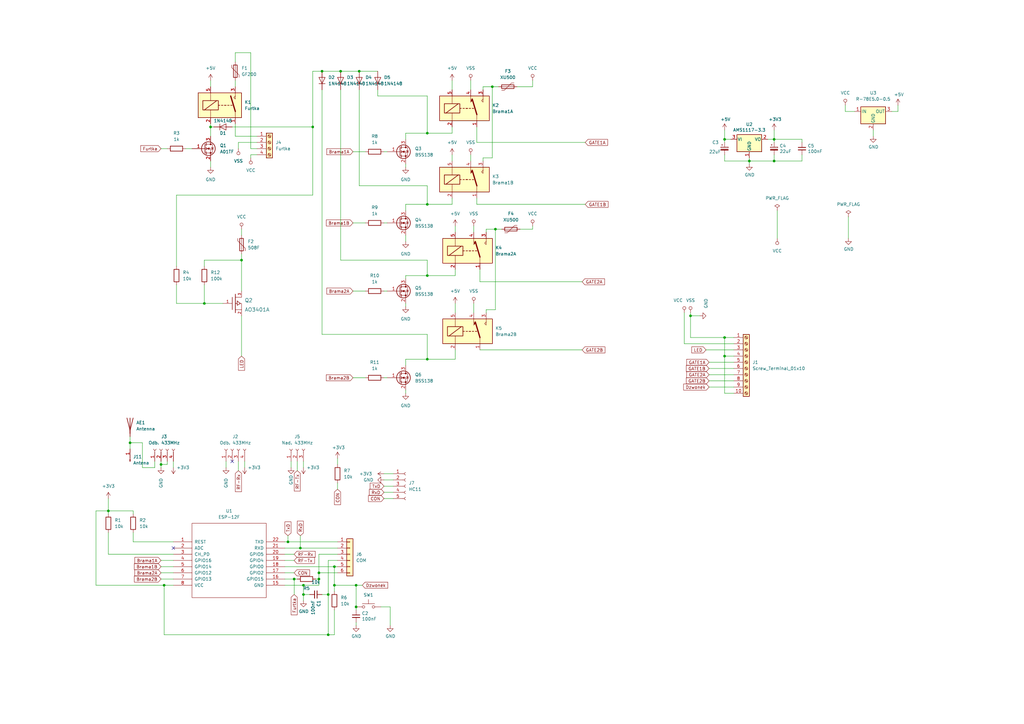
<source format=kicad_sch>
(kicad_sch (version 20211123) (generator eeschema)
  (paper "A3")
  (lib_symbols
    (symbol "Connector:Conn_01x01_Male" (pin_names (offset 1.016) hide)
      (property "Reference" "J" (at 0 2.54 0))
      (property "Value" "Conn_01x01_Male" (at 0 -2.54 0))
      (symbol "Conn_01x01_Male_1_1"
        (pin passive line (at 5.08 0 180) (length 3.81) (name "Pin_1") (number "1"))
      )
    )
    (symbol "Connector:Screw_Terminal_01x04" (pin_names (offset 1.016) hide)
      (property "Reference" "J" (at 0 5.08 0))
      (property "Value" "Screw_Terminal_01x04" (at 0 -7.62 0))
      (symbol "Screw_Terminal_01x04_1_1"
        (pin passive line (at -5.08 2.54 0) (length 3.81) (name "Pin_1") (number "1"))
        (pin passive line (at -5.08 0 0) (length 3.81) (name "Pin_2") (number "2"))
        (pin passive line (at -5.08 -2.54 0) (length 3.81) (name "Pin_3") (number "3"))
        (pin passive line (at -5.08 -5.08 0) (length 3.81) (name "Pin_4") (number "4"))
      )
    )
    (symbol "Device:Antenna" (pin_numbers hide) (pin_names (offset 1.016) hide)
      (property "Reference" "AE" (at -1.905 1.905 0))
      (property "Value" "Antenna" (at -1.905 0 0))
      (symbol "Antenna_1_1"
        (pin input line (at 0 -5.08 90) (length 2.54) (name "A") (number "1"))
      )
    )
    (symbol "Device:CP_Small" (pin_numbers hide) (pin_names (offset 0.254) hide)
      (property "Reference" "C" (at 0.254 1.778 0))
      (property "Value" "CP_Small" (at 0.254 -2.032 0))
      (symbol "CP_Small_1_1"
        (pin passive line (at 0 2.54 270) (length 1.8542) (name "~") (number "1"))
        (pin passive line (at 0 -2.54 90) (length 1.8542) (name "~") (number "2"))
      )
    )
    (symbol "Device:C_Small" (pin_numbers hide) (pin_names (offset 0.254) hide)
      (property "Reference" "C" (at 0.254 1.778 0))
      (property "Value" "C_Small" (at 0.254 -2.032 0))
      (symbol "C_Small_1_1"
        (pin passive line (at 0 2.54 270) (length 2.032) (name "~") (number "1"))
        (pin passive line (at 0 -2.54 90) (length 2.032) (name "~") (number "2"))
      )
    )
    (symbol "Device:D" (pin_numbers hide) (pin_names (offset 1.016) hide)
      (property "Reference" "D" (at 0 2.54 0))
      (property "Value" "D" (at 0 -2.54 0))
      (symbol "D_1_1"
        (pin passive line (at -3.81 0 0) (length 2.54) (name "K") (number "1"))
        (pin passive line (at 3.81 0 180) (length 2.54) (name "A") (number "2"))
      )
    )
    (symbol "Device:Polyfuse" (pin_numbers hide) (pin_names (offset 0))
      (property "Reference" "F" (at -2.54 0 90))
      (property "Value" "Polyfuse" (at 2.54 0 90))
      (symbol "Polyfuse_1_1"
        (pin passive line (at 0 3.81 270) (length 1.27) (name "~") (number "1"))
        (pin passive line (at 0 -3.81 90) (length 1.27) (name "~") (number "2"))
      )
    )
    (symbol "Device:R" (pin_numbers hide) (pin_names (offset 0))
      (property "Reference" "R" (at 2.032 0 90))
      (property "Value" "R" (at 0 0 90))
      (symbol "R_1_1"
        (pin passive line (at 0 3.81 270) (length 1.27) (name "~") (number "1"))
        (pin passive line (at 0 -3.81 90) (length 1.27) (name "~") (number "2"))
      )
    )
    (symbol "ESP8266:ESP-12E" (pin_names (offset 1.016))
      (property "Reference" "U1" (at 0 20.32 0))
      (property "Value" "ESP-12E" (at 0 17.78 0))
      (symbol "ESP-12E_1_1"
        (pin input line (at -22.86 7.62 0) (length 7.62) (name "REST") (number "1"))
        (pin power_in line (at 22.86 -10.16 180) (length 7.62) (name "GND") (number "15"))
        (pin bidirectional line (at 22.86 -7.62 180) (length 7.62) (name "GPIO15") (number "16"))
        (pin bidirectional line (at 22.86 -5.08 180) (length 7.62) (name "GPIO2") (number "17"))
        (pin bidirectional line (at 22.86 -2.54 180) (length 7.62) (name "GPIO0") (number "18"))
        (pin bidirectional line (at 22.86 0 180) (length 7.62) (name "GPIO4") (number "19"))
        (pin passive line (at -22.86 5.08 0) (length 7.62) (name "ADC") (number "2"))
        (pin bidirectional line (at 22.86 2.54 180) (length 7.62) (name "GPIO5") (number "20"))
        (pin input line (at 22.86 5.08 180) (length 7.62) (name "RXD") (number "21"))
        (pin output line (at 22.86 7.62 180) (length 7.62) (name "TXD") (number "22"))
        (pin input line (at -22.86 2.54 0) (length 7.62) (name "CH_PD") (number "3"))
        (pin bidirectional line (at -22.86 0 0) (length 7.62) (name "GPIO16") (number "4"))
        (pin bidirectional line (at -22.86 -2.54 0) (length 7.62) (name "GPIO14") (number "5"))
        (pin bidirectional line (at -22.86 -5.08 0) (length 7.62) (name "GPIO12") (number "6"))
        (pin bidirectional line (at -22.86 -7.62 0) (length 7.62) (name "GPIO13") (number "7"))
        (pin power_in line (at -22.86 -10.16 0) (length 7.62) (name "VCC") (number "8"))
      )
    )
    (symbol "R-78E5.0-0.5_1" (pin_names (offset 0.254))
      (property "Reference" "U" (at -3.81 3.175 0))
      (property "Value" "R-78E5.0-0.5_1" (at 0 3.175 0))
      (symbol "R-78E5.0-0.5_1_1_1"
        (pin power_in line (at -7.62 0 0) (length 2.54) (name "IN") (number "1"))
        (pin power_in line (at 0 -7.62 90) (length 2.54) (name "GND") (number "2"))
        (pin power_out line (at 7.62 0 180) (length 2.54) (name "OUT") (number "3"))
      )
    )
    (symbol "Regulator_Linear:AMS1117-3.3" (pin_names (offset 0.254))
      (property "Reference" "U" (at -3.81 3.175 0))
      (property "Value" "Regulator_Linear_AMS1117-3.3" (at 0 3.175 0))
      (symbol "AMS1117-3.3_1_1"
        (pin power_in line (at 0 -7.62 90) (length 2.54) (name "GND") (number "1"))
        (pin power_out line (at 7.62 0 180) (length 2.54) (name "VO") (number "2"))
        (pin power_in line (at -7.62 0 0) (length 2.54) (name "VI") (number "3"))
      )
    )
    (symbol "Relay:SANYOU_SRD_Form_A" (pin_names (offset 1.016))
      (property "Reference" "K1" (at 8.89 1.2701 0))
      (property "Value" "Furtka" (at 8.89 -1.2699 0))
      (symbol "SANYOU_SRD_Form_A_1_1"
        (pin passive line (at 5.08 -7.62 90) (length 2.54) (name "~") (number "1"))
        (pin passive line (at -5.08 -7.62 90) (length 2.54) (name "~") (number "2"))
        (pin passive line (at 5.08 7.62 270) (length 2.54) (name "~") (number "3"))
        (pin passive line (at -5.08 7.62 270) (length 2.54) (name "~") (number "5"))
      )
    )
    (symbol "Relay:SANYOU_SRD_Form_C" (pin_names (offset 1.016))
      (property "Reference" "K2" (at 11.43 1.2701 0))
      (property "Value" "Brama1A" (at 11.43 -1.2699 0))
      (symbol "SANYOU_SRD_Form_C_1_1"
        (pin passive line (at 5.08 -7.62 90) (length 2.54) (name "~") (number "1"))
        (pin passive line (at -5.08 -7.62 90) (length 2.54) (name "~") (number "2"))
        (pin passive line (at 7.62 7.62 270) (length 2.54) (name "~") (number "3"))
        (pin passive line (at 2.54 7.62 270) (length 2.54) (name "~") (number "4"))
        (pin passive line (at -5.08 7.62 270) (length 2.54) (name "~") (number "5"))
      )
    )
    (symbol "SANYOU_SRD_Form_C_1" (pin_names (offset 1.016))
      (property "Reference" "K5" (at 11.43 1.2701 0))
      (property "Value" "SANYOU_SRD_Form_C_1" (at 11.43 -1.2699 0))
      (symbol "SANYOU_SRD_Form_C_1_1_1"
        (pin passive line (at 5.08 -7.62 90) (length 2.54) (name "~") (number "1"))
        (pin passive line (at -5.08 -7.62 90) (length 2.54) (name "~") (number "2"))
        (pin passive line (at 7.62 7.62 270) (length 2.54) (name "~") (number "3"))
        (pin passive line (at 2.54 7.62 270) (length 2.54) (name "~") (number "4"))
        (pin passive line (at -5.08 7.62 270) (length 2.54) (name "~") (number "5"))
      )
    )
    (symbol "SANYOU_SRD_Form_C_2" (pin_names (offset 1.016))
      (property "Reference" "K4" (at 11.43 1.2701 0))
      (property "Value" "SANYOU_SRD_Form_C_2" (at 11.43 -1.2699 0))
      (symbol "SANYOU_SRD_Form_C_2_1_1"
        (pin passive line (at 5.08 -7.62 90) (length 2.54) (name "~") (number "1"))
        (pin passive line (at -5.08 -7.62 90) (length 2.54) (name "~") (number "2"))
        (pin passive line (at 7.62 7.62 270) (length 2.54) (name "~") (number "3"))
        (pin passive line (at 2.54 7.62 270) (length 2.54) (name "~") (number "4"))
        (pin passive line (at -5.08 7.62 270) (length 2.54) (name "~") (number "5"))
      )
    )
    (symbol "SANYOU_SRD_Form_C_3" (pin_names (offset 1.016))
      (property "Reference" "K3" (at 11.43 1.2701 0))
      (property "Value" "SANYOU_SRD_Form_C_3" (at 11.43 -1.2699 0))
      (symbol "SANYOU_SRD_Form_C_3_1_1"
        (pin passive line (at 5.08 -7.62 90) (length 2.54) (name "~") (number "1"))
        (pin passive line (at -5.08 -7.62 90) (length 2.54) (name "~") (number "2"))
        (pin passive line (at 7.62 7.62 270) (length 2.54) (name "~") (number "3"))
        (pin passive line (at 2.54 7.62 270) (length 2.54) (name "~") (number "4"))
        (pin passive line (at -5.08 7.62 270) (length 2.54) (name "~") (number "5"))
      )
    )
    (symbol "Switch5V-rescue:GND-power" (power) (pin_names (offset 0))
      (property "Value" "GND-power" (at 0 -3.81 0))
      (symbol "GND-power_1_1"
        (pin power_in line (at 0 0 270) (length 0) hide (name "GND") (number "1"))
      )
    )
    (symbol "Switch5V-rescue:SW_Push-switches" (pin_numbers hide) (pin_names (offset 1.016) hide)
      (property "Reference" "SW" (at 1.27 2.54 0))
      (property "Value" "SW_Push-switches" (at 0 -1.524 0))
      (symbol "SW_Push-switches_0_1"
        (pin passive line (at -5.08 0 0) (length 2.54) (name "1") (number "1"))
        (pin passive line (at 5.08 0 180) (length 2.54) (name "2") (number "2"))
      )
    )
    (symbol "Transistor_FET:BSS138" (pin_names (offset 0) hide)
      (property "Reference" "Q" (at 5.08 1.905 0))
      (property "Value" "BSS138" (at 5.08 0 0))
      (symbol "BSS138_1_1"
        (pin input line (at -5.08 0 0) (length 5.334) (name "G") (number "1"))
        (pin passive line (at 2.54 -5.08 90) (length 2.54) (name "S") (number "2"))
        (pin passive line (at 2.54 5.08 270) (length 2.54) (name "D") (number "3"))
      )
    )
    (symbol "Tranzystory_2:MOSFET_P" (pin_names (offset 1.016) hide)
      (property "Reference" "Q2" (at 3.81 5.08 0))
      (property "Value" "AO3401A" (at 3.81 1.27 0))
      (symbol "MOSFET_P_1_1"
        (pin input line (at -5.08 0 0) (length 3.81) (name "G") (number "1"))
        (pin passive line (at 2.54 -5.08 90) (length 2.54) (name "S") (number "2"))
        (pin passive line (at 2.54 5.08 270) (length 2.54) (name "D") (number "3"))
      )
    )
    (symbol "conn:Conn_01x03_Female" (pin_names (offset 1.016) hide)
      (property "Reference" "J" (at 0 5.08 0))
      (property "Value" "Conn_01x03_Female" (at 0 -5.08 0))
      (symbol "Conn_01x03_Female_1_1"
        (pin passive line (at -5.08 2.54 0) (length 3.81) (name "Pin_1") (number "1"))
        (pin passive line (at -5.08 0 0) (length 3.81) (name "Pin_2") (number "2"))
        (pin passive line (at -5.08 -2.54 0) (length 3.81) (name "Pin_3") (number "3"))
      )
    )
    (symbol "conn:Conn_01x04_Female" (pin_names (offset 1.016) hide)
      (property "Reference" "J" (at 0 5.08 0))
      (property "Value" "Conn_01x04_Female" (at 0 -7.62 0))
      (symbol "Conn_01x04_Female_1_1"
        (pin passive line (at -5.08 2.54 0) (length 3.81) (name "Pin_1") (number "1"))
        (pin passive line (at -5.08 0 0) (length 3.81) (name "Pin_2") (number "2"))
        (pin passive line (at -5.08 -2.54 0) (length 3.81) (name "Pin_3") (number "3"))
        (pin passive line (at -5.08 -5.08 0) (length 3.81) (name "Pin_4") (number "4"))
      )
    )
    (symbol "conn:Conn_01x05_Female" (pin_names (offset 1.016) hide)
      (property "Reference" "J" (at 0 7.62 0))
      (property "Value" "Conn_01x05_Female" (at 0 -7.62 0))
      (symbol "Conn_01x05_Female_1_1"
        (pin passive line (at -5.08 5.08 0) (length 3.81) (name "Pin_1") (number "1"))
        (pin passive line (at -5.08 2.54 0) (length 3.81) (name "Pin_2") (number "2"))
        (pin passive line (at -5.08 0 0) (length 3.81) (name "Pin_3") (number "3"))
        (pin passive line (at -5.08 -2.54 0) (length 3.81) (name "Pin_4") (number "4"))
        (pin passive line (at -5.08 -5.08 0) (length 3.81) (name "Pin_5") (number "5"))
      )
    )
    (symbol "conn:Conn_01x06" (pin_names (offset 1.016) hide)
      (property "Reference" "J" (at 0 7.62 0))
      (property "Value" "Conn_01x06" (at 0 -10.16 0))
      (symbol "Conn_01x06_1_1"
        (pin passive line (at -5.08 5.08 0) (length 3.81) (name "Pin_1") (number "1"))
        (pin passive line (at -5.08 2.54 0) (length 3.81) (name "Pin_2") (number "2"))
        (pin passive line (at -5.08 0 0) (length 3.81) (name "Pin_3") (number "3"))
        (pin passive line (at -5.08 -2.54 0) (length 3.81) (name "Pin_4") (number "4"))
        (pin passive line (at -5.08 -5.08 0) (length 3.81) (name "Pin_5") (number "5"))
        (pin passive line (at -5.08 -7.62 0) (length 3.81) (name "Pin_6") (number "6"))
      )
    )
    (symbol "conn:Screw_Terminal_01x10" (pin_names (offset 1.016) hide)
      (property "Reference" "J" (at 0 12.7 0))
      (property "Value" "Screw_Terminal_01x10" (at 0 -15.24 0))
      (symbol "Screw_Terminal_01x10_1_1"
        (pin passive line (at -5.08 10.16 0) (length 3.81) (name "Pin_1") (number "1"))
        (pin passive line (at -5.08 -12.7 0) (length 3.81) (name "Pin_10") (number "10"))
        (pin passive line (at -5.08 7.62 0) (length 3.81) (name "Pin_2") (number "2"))
        (pin passive line (at -5.08 5.08 0) (length 3.81) (name "Pin_3") (number "3"))
        (pin passive line (at -5.08 2.54 0) (length 3.81) (name "Pin_4") (number "4"))
        (pin passive line (at -5.08 0 0) (length 3.81) (name "Pin_5") (number "5"))
        (pin passive line (at -5.08 -2.54 0) (length 3.81) (name "Pin_6") (number "6"))
        (pin passive line (at -5.08 -5.08 0) (length 3.81) (name "Pin_7") (number "7"))
        (pin passive line (at -5.08 -7.62 0) (length 3.81) (name "Pin_8") (number "8"))
        (pin passive line (at -5.08 -10.16 0) (length 3.81) (name "Pin_9") (number "9"))
      )
    )
    (symbol "power:+3.3V" (power) (pin_names (offset 0))
      (property "Value" "+3.3V" (at 0 3.556 0))
      (symbol "+3.3V_1_1"
        (pin power_in line (at 0 0 90) (length 0) hide (name "+3V3") (number "1"))
      )
    )
    (symbol "power:+3V3" (power) (pin_names (offset 0))
      (property "Value" "+3V3" (at 0 3.556 0))
      (symbol "+3V3_1_1"
        (pin power_in line (at 0 0 90) (length 0) hide (name "+3V3") (number "1"))
      )
    )
    (symbol "power:+5V" (power) (pin_names (offset 0))
      (property "Value" "+5V" (at 0 3.556 0))
      (symbol "+5V_1_1"
        (pin power_in line (at 0 0 90) (length 0) hide (name "+5V") (number "1"))
      )
    )
    (symbol "power:GND" (power) (pin_names (offset 0))
      (property "Value" "GND" (at 0 -3.81 0))
      (symbol "GND_1_1"
        (pin power_in line (at 0 0 270) (length 0) hide (name "GND") (number "1"))
      )
    )
    (symbol "power:PWR_FLAG" (power) (pin_numbers hide) (pin_names (offset 0) hide)
      (property "Value" "PWR_FLAG" (at 0 3.81 0))
      (symbol "PWR_FLAG_0_0"
        (pin power_out line (at 0 0 90) (length 0) (name "pwr") (number "1"))
      )
    )
    (symbol "power:VCC" (power) (pin_names (offset 0))
      (property "Value" "VCC" (at 0 3.81 0))
      (symbol "VCC_1_1"
        (pin power_in line (at 0 0 90) (length 0) hide (name "VCC") (number "1"))
      )
    )
    (symbol "power:VSS" (power) (pin_names (offset 0))
      (property "Value" "VSS" (at 0 3.81 0))
      (symbol "VSS_1_1"
        (pin power_in line (at 0 0 90) (length 0) hide (name "VSS") (number "1"))
      )
    )
  )
  (junction (at 124.46 243.84))
  (junction (at 66.04 190.5))
  (junction (at 44.45 209.55))
  (junction (at 307.34 66.04))
  (junction (at 130.81 234.95))
  (junction (at 175.26 54.61))
  (junction (at 137.16 232.41))
  (junction (at 83.82 124.46))
  (junction (at 203.2 93.98))
  (junction (at 317.5 57.15))
  (junction (at 297.18 57.15))
  (junction (at 175.26 83.82))
  (junction (at 175.26 113.03))
  (junction (at 130.81 237.49))
  (junction (at 128.27 52.07))
  (junction (at 134.62 243.84))
  (junction (at 86.36 52.07))
  (junction (at 297.18 138.43))
  (junction (at 124.46 240.03))
  (junction (at 283.21 129.54))
  (junction (at 146.05 248.92))
  (junction (at 123.19 224.79))
  (junction (at 175.26 147.32))
  (junction (at 147.32 29.21))
  (junction (at 67.31 240.03))
  (junction (at 120.65 237.49))
  (junction (at 297.18 146.05))
  (junction (at 99.06 106.68))
  (junction (at 53.34 181.61))
  (junction (at 134.62 260.35))
  (junction (at 201.93 35.56))
  (junction (at 132.08 29.21))
  (junction (at 146.05 240.03))
  (junction (at 139.7 29.21))
  (junction (at 137.16 240.03))
  (junction (at 118.11 222.25))
  (junction (at 317.5 66.04))
  (no_connect (at 95.25 189.23))
  (no_connect (at 71.12 224.79))
  (wire (pts (xy 166.37 83.82) (xy 175.26 83.82)))
  (wire (pts (xy 123.19 224.79) (xy 138.43 224.79)))
  (wire (pts (xy 139.7 29.21) (xy 147.32 29.21)))
  (wire (pts (xy 66.04 229.87) (xy 71.12 229.87)))
  (wire (pts (xy 195.58 83.82) (xy 240.03 83.82)))
  (wire (pts (xy 146.05 255.27) (xy 146.05 256.54)))
  (wire (pts (xy 307.34 66.04) (xy 317.5 66.04)))
  (wire (pts (xy 307.34 67.31) (xy 307.34 66.04)))
  (wire (pts (xy 317.5 66.04) (xy 317.5 63.5)))
  (wire (pts (xy 175.26 106.68) (xy 175.26 113.03)))
  (wire (pts (xy 157.48 91.44) (xy 158.75 91.44)))
  (wire (pts (xy 157.48 119.38) (xy 158.75 119.38)))
  (wire (pts (xy 166.37 57.15) (xy 166.37 54.61)))
  (wire (pts (xy 283.21 138.43) (xy 297.18 138.43)))
  (wire (pts (xy 297.18 66.04) (xy 307.34 66.04)))
  (wire (pts (xy 166.37 114.3) (xy 166.37 113.03)))
  (wire (pts (xy 99.06 93.98) (xy 99.06 96.52)))
  (wire (pts (xy 118.11 222.25) (xy 138.43 222.25)))
  (wire (pts (xy 123.19 219.71) (xy 123.19 224.79)))
  (wire (pts (xy 218.44 35.56) (xy 218.44 33.02)))
  (wire (pts (xy 128.27 52.07) (xy 128.27 80.01)))
  (wire (pts (xy 137.16 240.03) (xy 146.05 240.03)))
  (wire (pts (xy 130.81 227.33) (xy 138.43 227.33)))
  (wire (pts (xy 175.26 54.61) (xy 185.42 54.61)))
  (wire (pts (xy 186.69 124.46) (xy 186.69 128.27)))
  (wire (pts (xy 132.08 137.16) (xy 175.26 137.16)))
  (wire (pts (xy 144.78 154.94) (xy 149.86 154.94)))
  (wire (pts (xy 144.78 119.38) (xy 149.86 119.38)))
  (wire (pts (xy 147.32 36.83) (xy 147.32 76.2)))
  (wire (pts (xy 134.62 229.87) (xy 134.62 243.84)))
  (wire (pts (xy 199.39 127) (xy 199.39 128.27)))
  (wire (pts (xy 72.39 80.01) (xy 128.27 80.01)))
  (wire (pts (xy 53.34 179.07) (xy 53.34 181.61)))
  (wire (pts (xy 138.43 187.96) (xy 138.43 190.5)))
  (wire (pts (xy 39.37 240.03) (xy 39.37 209.55)))
  (wire (pts (xy 201.93 35.56) (xy 204.47 35.56)))
  (wire (pts (xy 58.42 181.61) (xy 53.34 181.61)))
  (wire (pts (xy 71.12 240.03) (xy 67.31 240.03)))
  (wire (pts (xy 144.78 62.23) (xy 149.86 62.23)))
  (wire (pts (xy 318.77 86.36) (xy 318.77 97.79)))
  (wire (pts (xy 199.39 93.98) (xy 203.2 93.98)))
  (wire (pts (xy 130.81 234.95) (xy 130.81 227.33)))
  (wire (pts (xy 218.44 93.98) (xy 218.44 92.71)))
  (wire (pts (xy 290.83 156.21) (xy 300.99 156.21)))
  (wire (pts (xy 132.08 243.84) (xy 134.62 243.84)))
  (wire (pts (xy 160.02 248.92) (xy 160.02 256.54)))
  (wire (pts (xy 86.36 33.02) (xy 86.36 35.56)))
  (wire (pts (xy 97.79 58.42) (xy 105.41 58.42)))
  (wire (pts (xy 166.37 160.02) (xy 166.37 161.29)))
  (wire (pts (xy 317.5 57.15) (xy 317.5 53.34)))
  (wire (pts (xy 175.26 147.32) (xy 186.69 147.32)))
  (wire (pts (xy 147.32 29.21) (xy 154.94 29.21)))
  (wire (pts (xy 147.32 76.2) (xy 175.26 76.2)))
  (wire (pts (xy 283.21 128.27) (xy 283.21 129.54)))
  (wire (pts (xy 67.31 260.35) (xy 134.62 260.35)))
  (wire (pts (xy 157.48 154.94) (xy 158.75 154.94)))
  (wire (pts (xy 175.26 137.16) (xy 175.26 147.32)))
  (wire (pts (xy 154.94 36.83) (xy 154.94 39.37)))
  (wire (pts (xy 198.12 35.56) (xy 201.93 35.56)))
  (wire (pts (xy 54.61 222.25) (xy 71.12 222.25)))
  (wire (pts (xy 280.67 140.97) (xy 300.99 140.97)))
  (wire (pts (xy 154.94 39.37) (xy 175.26 39.37)))
  (wire (pts (xy 297.18 146.05) (xy 297.18 138.43)))
  (wire (pts (xy 102.87 60.96) (xy 105.41 60.96)))
  (wire (pts (xy 100.33 189.23) (xy 100.33 191.77)))
  (wire (pts (xy 76.2 60.96) (xy 78.74 60.96)))
  (wire (pts (xy 120.65 237.49) (xy 121.92 237.49)))
  (wire (pts (xy 196.85 110.49) (xy 196.85 115.57)))
  (wire (pts (xy 67.31 240.03) (xy 67.31 260.35)))
  (wire (pts (xy 139.7 36.83) (xy 139.7 106.68)))
  (wire (pts (xy 128.27 29.21) (xy 128.27 52.07)))
  (wire (pts (xy 213.36 93.98) (xy 218.44 93.98)))
  (wire (pts (xy 86.36 52.07) (xy 86.36 55.88)))
  (wire (pts (xy 346.71 45.72) (xy 346.71 43.18)))
  (wire (pts (xy 72.39 116.84) (xy 72.39 124.46)))
  (wire (pts (xy 368.3 45.72) (xy 368.3 43.18)))
  (wire (pts (xy 99.06 104.14) (xy 99.06 106.68)))
  (wire (pts (xy 289.56 143.51) (xy 300.99 143.51)))
  (wire (pts (xy 44.45 218.44) (xy 44.45 227.33)))
  (wire (pts (xy 283.21 129.54) (xy 283.21 138.43)))
  (wire (pts (xy 66.04 190.5) (xy 66.04 191.77)))
  (wire (pts (xy 350.52 45.72) (xy 346.71 45.72)))
  (wire (pts (xy 116.84 227.33) (xy 120.65 227.33)))
  (wire (pts (xy 137.16 250.19) (xy 137.16 260.35)))
  (wire (pts (xy 195.58 58.42) (xy 240.03 58.42)))
  (wire (pts (xy 195.58 52.07) (xy 195.58 58.42)))
  (wire (pts (xy 157.48 62.23) (xy 158.75 62.23)))
  (wire (pts (xy 300.99 161.29) (xy 297.18 161.29)))
  (wire (pts (xy 300.99 146.05) (xy 297.18 146.05)))
  (wire (pts (xy 166.37 113.03) (xy 175.26 113.03)))
  (wire (pts (xy 185.42 83.82) (xy 185.42 81.28)))
  (wire (pts (xy 166.37 86.36) (xy 166.37 83.82)))
  (wire (pts (xy 66.04 190.5) (xy 68.58 190.5)))
  (wire (pts (xy 86.36 50.8) (xy 86.36 52.07)))
  (wire (pts (xy 116.84 222.25) (xy 118.11 222.25)))
  (wire (pts (xy 83.82 124.46) (xy 91.44 124.46)))
  (wire (pts (xy 297.18 57.15) (xy 297.18 58.42)))
  (wire (pts (xy 198.12 35.56) (xy 198.12 36.83)))
  (wire (pts (xy 95.25 52.07) (xy 128.27 52.07)))
  (wire (pts (xy 63.5 189.23) (xy 63.5 191.77)))
  (wire (pts (xy 63.5 191.77) (xy 58.42 191.77)))
  (wire (pts (xy 328.93 57.15) (xy 328.93 58.42)))
  (wire (pts (xy 68.58 190.5) (xy 68.58 189.23)))
  (wire (pts (xy 120.65 237.49) (xy 120.65 243.84)))
  (wire (pts (xy 130.81 234.95) (xy 138.43 234.95)))
  (wire (pts (xy 137.16 240.03) (xy 137.16 242.57)))
  (wire (pts (xy 157.48 199.39) (xy 161.29 199.39)))
  (wire (pts (xy 105.41 63.5) (xy 102.87 63.5)))
  (wire (pts (xy 119.38 189.23) (xy 119.38 191.77)))
  (wire (pts (xy 124.46 243.84) (xy 124.46 240.03)))
  (wire (pts (xy 67.31 240.03) (xy 39.37 240.03)))
  (wire (pts (xy 72.39 109.22) (xy 72.39 80.01)))
  (wire (pts (xy 137.16 232.41) (xy 138.43 232.41)))
  (wire (pts (xy 290.83 158.75) (xy 300.99 158.75)))
  (wire (pts (xy 199.39 127) (xy 203.2 127)))
  (wire (pts (xy 86.36 66.04) (xy 86.36 68.58)))
  (wire (pts (xy 186.69 113.03) (xy 186.69 110.49)))
  (wire (pts (xy 186.69 143.51) (xy 186.69 147.32)))
  (wire (pts (xy 297.18 161.29) (xy 297.18 146.05)))
  (wire (pts (xy 198.12 64.77) (xy 201.93 64.77)))
  (wire (pts (xy 44.45 227.33) (xy 71.12 227.33)))
  (wire (pts (xy 132.08 36.83) (xy 132.08 137.16)))
  (wire (pts (xy 166.37 54.61) (xy 175.26 54.61)))
  (wire (pts (xy 328.93 66.04) (xy 317.5 66.04)))
  (wire (pts (xy 186.69 92.71) (xy 186.69 95.25)))
  (wire (pts (xy 66.04 232.41) (xy 71.12 232.41)))
  (wire (pts (xy 72.39 124.46) (xy 83.82 124.46)))
  (wire (pts (xy 44.45 209.55) (xy 54.61 209.55)))
  (wire (pts (xy 105.41 55.88) (xy 96.52 55.88)))
  (wire (pts (xy 290.83 153.67) (xy 300.99 153.67)))
  (wire (pts (xy 146.05 240.03) (xy 146.05 248.92)))
  (wire (pts (xy 196.85 143.51) (xy 238.76 143.51)))
  (wire (pts (xy 96.52 33.02) (xy 96.52 35.56)))
  (wire (pts (xy 116.84 240.03) (xy 124.46 240.03)))
  (wire (pts (xy 118.11 219.71) (xy 118.11 222.25)))
  (wire (pts (xy 116.84 224.79) (xy 123.19 224.79)))
  (wire (pts (xy 283.21 129.54) (xy 287.02 129.54)))
  (wire (pts (xy 116.84 229.87) (xy 120.65 229.87)))
  (wire (pts (xy 53.34 181.61) (xy 53.34 184.15)))
  (wire (pts (xy 134.62 243.84) (xy 134.62 260.35)))
  (wire (pts (xy 185.42 63.5) (xy 185.42 66.04)))
  (wire (pts (xy 157.48 204.47) (xy 161.29 204.47)))
  (wire (pts (xy 347.98 88.9) (xy 347.98 97.79)))
  (wire (pts (xy 175.26 76.2) (xy 175.26 83.82)))
  (wire (pts (xy 83.82 109.22) (xy 83.82 106.68)))
  (wire (pts (xy 185.42 54.61) (xy 185.42 52.07)))
  (wire (pts (xy 358.14 53.34) (xy 358.14 55.88)))
  (wire (pts (xy 203.2 93.98) (xy 205.74 93.98)))
  (wire (pts (xy 297.18 63.5) (xy 297.18 66.04)))
  (wire (pts (xy 175.26 39.37) (xy 175.26 54.61)))
  (wire (pts (xy 139.7 106.68) (xy 175.26 106.68)))
  (wire (pts (xy 166.37 149.86) (xy 166.37 147.32)))
  (wire (pts (xy 99.06 129.54) (xy 99.06 146.05)))
  (wire (pts (xy 102.87 60.96) (xy 102.87 21.59)))
  (wire (pts (xy 290.83 148.59) (xy 300.99 148.59)))
  (wire (pts (xy 44.45 204.47) (xy 44.45 209.55)))
  (wire (pts (xy 129.54 237.49) (xy 130.81 237.49)))
  (wire (pts (xy 96.52 21.59) (xy 102.87 21.59)))
  (wire (pts (xy 124.46 189.23) (xy 124.46 191.77)))
  (wire (pts (xy 166.37 124.46) (xy 166.37 125.73)))
  (wire (pts (xy 157.48 194.31) (xy 161.29 194.31)))
  (wire (pts (xy 83.82 106.68) (xy 99.06 106.68)))
  (wire (pts (xy 195.58 81.28) (xy 195.58 83.82)))
  (wire (pts (xy 124.46 243.84) (xy 124.46 246.38)))
  (wire (pts (xy 39.37 209.55) (xy 44.45 209.55)))
  (wire (pts (xy 157.48 196.85) (xy 161.29 196.85)))
  (wire (pts (xy 58.42 191.77) (xy 58.42 181.61)))
  (wire (pts (xy 196.85 115.57) (xy 238.76 115.57)))
  (wire (pts (xy 137.16 232.41) (xy 137.16 240.03)))
  (wire (pts (xy 198.12 64.77) (xy 198.12 66.04)))
  (wire (pts (xy 175.26 83.82) (xy 185.42 83.82)))
  (wire (pts (xy 134.62 229.87) (xy 138.43 229.87)))
  (wire (pts (xy 130.81 237.49) (xy 130.81 234.95)))
  (wire (pts (xy 166.37 96.52) (xy 166.37 99.06)))
  (wire (pts (xy 144.78 91.44) (xy 149.86 91.44)))
  (wire (pts (xy 280.67 128.27) (xy 280.67 140.97)))
  (wire (pts (xy 124.46 240.03) (xy 130.81 240.03)))
  (wire (pts (xy 130.81 240.03) (xy 130.81 237.49)))
  (wire (pts (xy 317.5 57.15) (xy 317.5 58.42)))
  (wire (pts (xy 166.37 67.31) (xy 166.37 68.58)))
  (wire (pts (xy 297.18 57.15) (xy 297.18 53.34)))
  (wire (pts (xy 92.71 189.23) (xy 92.71 191.77)))
  (wire (pts (xy 212.09 35.56) (xy 218.44 35.56)))
  (wire (pts (xy 365.76 45.72) (xy 368.3 45.72)))
  (wire (pts (xy 193.04 63.5) (xy 193.04 66.04)))
  (wire (pts (xy 97.79 60.96) (xy 97.79 58.42)))
  (wire (pts (xy 307.34 66.04) (xy 307.34 64.77)))
  (wire (pts (xy 203.2 127) (xy 203.2 93.98)))
  (wire (pts (xy 96.52 21.59) (xy 96.52 25.4)))
  (wire (pts (xy 116.84 237.49) (xy 120.65 237.49)))
  (wire (pts (xy 138.43 198.12) (xy 138.43 200.66)))
  (wire (pts (xy 121.92 189.23) (xy 121.92 193.04)))
  (wire (pts (xy 314.96 57.15) (xy 317.5 57.15)))
  (wire (pts (xy 166.37 147.32) (xy 175.26 147.32)))
  (wire (pts (xy 54.61 218.44) (xy 54.61 222.25)))
  (wire (pts (xy 54.61 210.82) (xy 54.61 209.55)))
  (wire (pts (xy 137.16 260.35) (xy 134.62 260.35)))
  (wire (pts (xy 185.42 33.02) (xy 185.42 36.83)))
  (wire (pts (xy 44.45 209.55) (xy 44.45 210.82)))
  (wire (pts (xy 156.21 248.92) (xy 160.02 248.92)))
  (wire (pts (xy 102.87 63.5) (xy 102.87 64.77)))
  (wire (pts (xy 96.52 55.88) (xy 96.52 50.8)))
  (wire (pts (xy 201.93 64.77) (xy 201.93 35.56)))
  (wire (pts (xy 193.04 33.02) (xy 193.04 36.83)))
  (wire (pts (xy 132.08 29.21) (xy 128.27 29.21)))
  (wire (pts (xy 66.04 60.96) (xy 68.58 60.96)))
  (wire (pts (xy 86.36 52.07) (xy 87.63 52.07)))
  (wire (pts (xy 66.04 234.95) (xy 71.12 234.95)))
  (wire (pts (xy 99.06 106.68) (xy 99.06 119.38)))
  (wire (pts (xy 132.08 29.21) (xy 139.7 29.21)))
  (wire (pts (xy 175.26 113.03) (xy 186.69 113.03)))
  (wire (pts (xy 116.84 232.41) (xy 137.16 232.41)))
  (wire (pts (xy 116.84 234.95) (xy 120.65 234.95)))
  (wire (pts (xy 199.39 93.98) (xy 199.39 95.25)))
  (wire (pts (xy 194.31 92.71) (xy 194.31 95.25)))
  (wire (pts (xy 157.48 201.93) (xy 161.29 201.93)))
  (wire (pts (xy 290.83 151.13) (xy 300.99 151.13)))
  (wire (pts (xy 127 243.84) (xy 124.46 243.84)))
  (wire (pts (xy 194.31 124.46) (xy 194.31 128.27)))
  (wire (pts (xy 146.05 250.19) (xy 146.05 248.92)))
  (wire (pts (xy 297.18 138.43) (xy 300.99 138.43)))
  (wire (pts (xy 66.04 237.49) (xy 71.12 237.49)))
  (wire (pts (xy 317.5 57.15) (xy 328.93 57.15)))
  (wire (pts (xy 71.12 189.23) (xy 71.12 191.77)))
  (wire (pts (xy 66.04 189.23) (xy 66.04 190.5)))
  (wire (pts (xy 146.05 240.03) (xy 148.59 240.03)))
  (wire (pts (xy 328.93 63.5) (xy 328.93 66.04)))
  (wire (pts (xy 299.72 57.15) (xy 297.18 57.15)))
  (wire (pts (xy 83.82 116.84) (xy 83.82 124.46)))
  (wire (pts (xy 97.79 189.23) (xy 97.79 193.04)))
  (global_label "RxD" (shape input) (at 157.48 201.93 180) (property "Odnośniki między arkuszami" "${INTERSHEET_REFS}" (effects hide)))
  (global_label "RxD" (shape input) (at 123.19 219.71 90) (property "Odnośniki między arkuszami" "${INTERSHEET_REFS}" (effects hide)))
  (global_label "GATE1A" (shape input) (at 290.83 148.59 180) (property "Odnośniki między arkuszami" "${INTERSHEET_REFS}" (effects hide)))
  (global_label "GATE2A" (shape input) (at 238.76 115.57 0) (property "Odnośniki między arkuszami" "${INTERSHEET_REFS}" (effects hide)))
  (global_label "Brama1A" (shape input) (at 144.78 62.23 180) (property "Odnośniki między arkuszami" "${INTERSHEET_REFS}" (effects hide)))
  (global_label "Brama2B" (shape input) (at 144.78 154.94 180) (property "Odnośniki między arkuszami" "${INTERSHEET_REFS}" (effects hide)))
  (global_label "Brama1A" (shape input) (at 66.04 229.87 180) (property "Odnośniki między arkuszami" "${INTERSHEET_REFS}" (effects hide)))
  (global_label "CON" (shape input) (at 138.43 200.66 270) (property "Odnośniki między arkuszami" "${INTERSHEET_REFS}" (effects hide)))
  (global_label "Brama2A" (shape input) (at 66.04 234.95 180) (property "Odnośniki między arkuszami" "${INTERSHEET_REFS}" (effects hide)))
  (global_label "GATE2B" (shape input) (at 290.83 156.21 180) (property "Odnośniki między arkuszami" "${INTERSHEET_REFS}" (effects hide)))
  (global_label "Brama2B" (shape input) (at 66.04 237.49 180) (property "Odnośniki między arkuszami" "${INTERSHEET_REFS}" (effects hide)))
  (global_label "GATE2B" (shape input) (at 238.76 143.51 0) (property "Odnośniki między arkuszami" "${INTERSHEET_REFS}" (effects hide)))
  (global_label "LED" (shape input) (at 289.56 143.51 180) (property "Odnośniki między arkuszami" "${INTERSHEET_REFS}" (effects hide)))
  (global_label "GATE1A" (shape input) (at 240.03 58.42 0) (property "Odnośniki między arkuszami" "${INTERSHEET_REFS}" (effects hide)))
  (global_label "Dzwonek" (shape input) (at 148.59 240.03 0) (property "Odnośniki między arkuszami" "${INTERSHEET_REFS}" (effects hide)))
  (global_label "LED" (shape input) (at 99.06 146.05 270) (property "Odnośniki między arkuszami" "${INTERSHEET_REFS}" (effects hide)))
  (global_label "Dzwonek" (shape input) (at 290.83 158.75 180) (property "Odnośniki między arkuszami" "${INTERSHEET_REFS}" (effects hide)))
  (global_label "TxD" (shape input) (at 118.11 219.71 90) (property "Odnośniki między arkuszami" "${INTERSHEET_REFS}" (effects hide)))
  (global_label "Brama1B" (shape input) (at 66.04 232.41 180) (property "Odnośniki między arkuszami" "${INTERSHEET_REFS}" (effects hide)))
  (global_label "Furtka" (shape input) (at 120.65 243.84 270) (property "Odnośniki między arkuszami" "${INTERSHEET_REFS}" (effects hide)))
  (global_label "Brama1B" (shape input) (at 144.78 91.44 180) (property "Odnośniki między arkuszami" "${INTERSHEET_REFS}" (effects hide)))
  (global_label "RF-Rx" (shape input) (at 97.79 193.04 270) (property "Odnośniki między arkuszami" "${INTERSHEET_REFS}" (effects hide)))
  (global_label "GATE2A" (shape input) (at 290.83 153.67 180) (property "Odnośniki między arkuszami" "${INTERSHEET_REFS}" (effects hide)))
  (global_label "CON" (shape input) (at 120.65 234.95 0) (property "Odnośniki między arkuszami" "${INTERSHEET_REFS}" (effects hide)))
  (global_label "Furtka" (shape input) (at 66.04 60.96 180) (property "Odnośniki między arkuszami" "${INTERSHEET_REFS}" (effects hide)))
  (global_label "Brama2A" (shape input) (at 144.78 119.38 180) (property "Odnośniki między arkuszami" "${INTERSHEET_REFS}" (effects hide)))
  (global_label "CON" (shape input) (at 157.48 204.47 180) (property "Odnośniki między arkuszami" "${INTERSHEET_REFS}" (effects hide)))
  (global_label "RF-Rx" (shape input) (at 120.65 227.33 0) (property "Odnośniki między arkuszami" "${INTERSHEET_REFS}" (effects hide)))
  (global_label "GATE1B" (shape input) (at 240.03 83.82 0) (property "Odnośniki między arkuszami" "${INTERSHEET_REFS}" (effects hide)))
  (global_label "TxD" (shape input) (at 157.48 199.39 180) (property "Odnośniki między arkuszami" "${INTERSHEET_REFS}" (effects hide)))
  (global_label "GATE1B" (shape input) (at 290.83 151.13 180) (property "Odnośniki między arkuszami" "${INTERSHEET_REFS}" (effects hide)))
  (global_label "RF-Tx" (shape input) (at 121.92 193.04 270) (property "Odnośniki między arkuszami" "${INTERSHEET_REFS}" (effects hide)))
  (global_label "RF-Tx" (shape input) (at 120.65 229.87 0) (property "Odnośniki między arkuszami" "${INTERSHEET_REFS}" (effects hide)))
  (symbol (lib_id "power:VSS") (at 193.04 33.02 0) (unit 1)
    (property "Reference" "#PWR010" (effects hide))
    (property "Value" "VSS" (at 193.04 27.94 0))
  )
  (symbol (lib_id "Device:R") (at 153.67 91.44 90) (unit 1)
    (property "Reference" "R9" (at 153.67 85.09 90))
    (property "Value" "1k" (at 153.67 87.63 90))
    (property "Footprint" "Resistor_SMD:R_0805_2012Metric_Pad1.15x1.40mm_HandSolder" (effects hide))
  )
  (symbol (lib_id "Device:R") (at 44.45 214.63 0) (unit 1)
    (property "Reference" "R1" (at 46.99 213.3599 0) (effects (justify left)))
    (property "Value" "10k" (at 46.99 215.8999 0) (effects (justify left)))
    (property "Footprint" "Resistor_SMD:R_0805_2012Metric_Pad1.15x1.40mm_HandSolder" (effects hide))
  )
  (symbol (lib_id "Device:R") (at 125.73 237.49 90) (unit 1)
    (property "Reference" "R5" (at 125.73 241.3 90))
    (property "Value" "10k" (at 129.54 238.76 90))
    (property "Footprint" "Resistor_SMD:R_0805_2012Metric_Pad1.15x1.40mm_HandSolder" (effects hide))
  )
  (symbol (lib_id "Switch5V-rescue:GND-power") (at 124.46 246.38 0) (unit 1)
    (property "Reference" "#PWR0103" (effects hide))
    (property "Value" "GND" (at 124.587 250.7742 0))
  )
  (symbol (lib_id "power:VSS") (at 283.21 128.27 0) (unit 1)
    (property "Reference" "#PWR0102" (effects hide))
    (property "Value" "VSS" (at 283.21 123.19 0))
  )
  (symbol (lib_id "Device:D") (at 132.08 33.02 90) (unit 1)
    (property "Reference" "D2" (at 134.62 31.7499 90) (effects (justify right)))
    (property "Value" "1N4148" (at 134.62 34.2899 90) (effects (justify right)))
    (property "Footprint" "Diode_SMD:D_SOD-123" (effects hide))
  )
  (symbol (lib_id "Device:R") (at 54.61 214.63 0) (unit 1)
    (property "Reference" "R2" (at 57.15 213.3599 0) (effects (justify left)))
    (property "Value" "10k" (at 57.15 215.8999 0) (effects (justify left)))
    (property "Footprint" "Resistor_SMD:R_0805_2012Metric_Pad1.15x1.40mm_HandSolder" (effects hide))
  )
  (symbol (lib_name "SANYOU_SRD_Form_C_1") (lib_id "Relay:SANYOU_SRD_Form_C") (at 191.77 135.89 0) (unit 1)
    (property "Reference" "K5" (at 203.2 134.6199 0) (effects (justify left)))
    (property "Value" "Brama2B" (at 203.2 137.1599 0) (effects (justify left)))
    (property "Footprint" "Relay_THT:Relay_SPDT_SANYOU_SRD_Series_Form_C" (effects hide))
    (property "Datasheet" "http://www.sanyourelay.ca/public/products/pdf/SRD.pdf" (effects hide))
  )
  (symbol (lib_name "R-78E5.0-0.5_1") (lib_id "dc-dc:R-78E5.0-0.5") (at 358.14 45.72 0) (unit 1)
    (property "Reference" "U3" (at 358.14 38.1 0))
    (property "Value" "R-78E5.0-0.5" (at 358.14 40.64 0))
    (property "Footprint" "Converter_DCDC:Converter_DCDC_RECOM_R-78E-0.5_THT" (effects hide))
    (property "Datasheet" "https://www.recom-power.com/pdf/Innoline/R-78Exx-0.5.pdf" (effects hide))
  )
  (symbol (lib_id "power:+3V3") (at 124.46 191.77 180) (unit 1)
    (property "Reference" "#PWR012" (effects hide))
    (property "Value" "+3V3" (at 125.73 191.77 0) (effects (justify right)))
  )
  (symbol (lib_id "ESP8266:ESP-12E") (at 93.98 229.87 0) (unit 1)
    (property "Reference" "U1" (at 93.98 209.55 0))
    (property "Value" "ESP-12F" (at 93.98 212.09 0))
    (property "Footprint" "ESP8266:ESP-12E" (effects hide))
    (property "Datasheet" "http://l0l.org.uk/2014/12/esp8266-modules-hardware-guide-gotta-catch-em-all/" (effects hide))
  )
  (symbol (lib_id "power:+5V") (at 297.18 53.34 0) (unit 1)
    (property "Reference" "#PWR035" (effects hide))
    (property "Value" "+5V" (at 297.561 48.9458 0))
  )
  (symbol (lib_id "Device:D") (at 154.94 33.02 90) (unit 1)
    (property "Reference" "D5" (at 157.48 31.7499 90) (effects (justify right)))
    (property "Value" "1N4148" (at 157.48 34.2899 90) (effects (justify right)))
    (property "Footprint" "Diode_SMD:D_SOD-123" (effects hide))
  )
  (symbol (lib_id "Device:Polyfuse") (at 99.06 100.33 0) (unit 1)
    (property "Reference" "F2" (at 101.6 99.0599 0) (effects (justify left)))
    (property "Value" "508F" (at 101.6 101.5999 0) (effects (justify left)))
    (property "Footprint" "Resistor_SMD:R_1812_4532Metric_Pad1.30x3.40mm_HandSolder" (effects hide))
  )
  (symbol (lib_id "conn:Conn_01x03_Female") (at 121.92 184.15 90) (unit 1)
    (property "Reference" "J5" (at 121.92 179.07 90))
    (property "Value" "Nad. 433MHz" (at 121.92 181.61 90))
    (property "Footprint" "Connector_PinSocket_2.54mm:PinSocket_1x03_P2.54mm_Vertical" (effects hide))
  )
  (symbol (lib_id "Relay:SANYOU_SRD_Form_A") (at 91.44 43.18 0) (unit 1)
    (property "Reference" "K1" (at 100.33 41.9099 0) (effects (justify left)))
    (property "Value" "Furtka" (at 100.33 44.4499 0) (effects (justify left)))
    (property "Footprint" "Relay_THT:Relay_SPDT_SANYOU_SRA_Series_Form_C" (effects hide))
    (property "Datasheet" "http://www.sanyourelay.ca/public/products/pdf/SRD.pdf" (effects hide))
  )
  (symbol (lib_id "power:VSS") (at 97.79 60.96 180) (unit 1)
    (property "Reference" "#PWR0101" (effects hide))
    (property "Value" "VSS" (at 97.79 66.04 0))
  )
  (symbol (lib_id "Device:R") (at 137.16 246.38 0) (unit 1)
    (property "Reference" "R6" (at 139.7 245.1099 0) (effects (justify left)))
    (property "Value" "10k" (at 139.7 247.6499 0) (effects (justify left)))
    (property "Footprint" "Resistor_SMD:R_0805_2012Metric_Pad1.15x1.40mm_HandSolder" (effects hide))
  )
  (symbol (lib_id "Transistor_FET:BSS138") (at 83.82 60.96 0) (unit 1)
    (property "Reference" "Q1" (at 90.17 59.6899 0) (effects (justify left)))
    (property "Value" "A01TF" (at 90.17 62.2299 0) (effects (justify left)))
    (property "Footprint" "Package_TO_SOT_SMD:SOT-23" (effects hide))
    (property "Datasheet" "https://www.fairchildsemi.com/datasheets/BS/BSS138.pdf" (effects hide))
  )
  (symbol (lib_id "power:VCC") (at 280.67 128.27 0) (unit 1)
    (property "Reference" "#PWR032" (effects hide))
    (property "Value" "VCC" (at 278.13 123.19 0))
  )
  (symbol (lib_id "power:VSS") (at 193.04 63.5 0) (unit 1)
    (property "Reference" "#PWR026" (effects hide))
    (property "Value" "VSS" (at 193.04 58.42 0))
  )
  (symbol (lib_id "power:VSS") (at 194.31 124.46 0) (unit 1)
    (property "Reference" "#PWR028" (effects hide))
    (property "Value" "VSS" (at 194.31 119.38 0))
  )
  (symbol (lib_id "Device:R") (at 72.39 60.96 90) (unit 1)
    (property "Reference" "R3" (at 72.39 54.61 90))
    (property "Value" "1k" (at 72.39 57.15 90))
    (property "Footprint" "Resistor_SMD:R_0805_2012Metric_Pad1.15x1.40mm_HandSolder" (effects hide))
  )
  (symbol (lib_id "Device:R") (at 153.67 119.38 90) (unit 1)
    (property "Reference" "R10" (at 153.67 113.03 90))
    (property "Value" "1k" (at 153.67 115.57 90))
    (property "Footprint" "Resistor_SMD:R_0805_2012Metric_Pad1.15x1.40mm_HandSolder" (effects hide))
  )
  (symbol (lib_id "Device:C_Small") (at 129.54 243.84 270) (unit 1)
    (property "Reference" "C1" (at 130.7084 246.1768 0) (effects (justify left)))
    (property "Value" "100nF" (at 128.397 246.1768 0) (effects (justify left)))
    (property "Footprint" "Capacitor_SMD:C_1206_3216Metric_Pad1.42x1.75mm_HandSolder" (effects hide))
  )
  (symbol (lib_id "power:GND") (at 166.37 99.06 0) (unit 1)
    (property "Reference" "#PWR019" (effects hide))
    (property "Value" "GND" (at 166.37 104.14 0))
  )
  (symbol (lib_id "power:GND") (at 166.37 161.29 0) (unit 1)
    (property "Reference" "#PWR021" (effects hide))
    (property "Value" "GND" (at 166.37 166.37 0))
  )
  (symbol (lib_id "power:+3V3") (at 100.33 191.77 180) (unit 1)
    (property "Reference" "#PWR09" (effects hide))
    (property "Value" "+3V3" (at 101.6 191.77 0) (effects (justify right)))
  )
  (symbol (lib_id "power:+5V") (at 185.42 33.02 0) (unit 1)
    (property "Reference" "#PWR022" (effects hide))
    (property "Value" "+5V" (at 185.42 27.94 0))
  )
  (symbol (lib_id "power:+3V3") (at 157.48 194.31 90) (unit 1)
    (property "Reference" "#PWR016" (effects hide))
    (property "Value" "+3V3" (at 147.32 194.31 90) (effects (justify right)))
  )
  (symbol (lib_id "Device:CP_Small") (at 317.5 60.96 0) (unit 1)
    (property "Reference" "C4" (at 319.7352 59.7916 0) (effects (justify left)))
    (property "Value" "22uF" (at 319.7352 62.103 0) (effects (justify left)))
    (property "Footprint" "Capacitor_SMD:CP_Elec_5x4.5" (effects hide))
  )
  (symbol (lib_id "Device:C_Small") (at 146.05 252.73 0) (unit 1)
    (property "Reference" "C2" (at 148.3868 251.5616 0) (effects (justify left)))
    (property "Value" "100nF" (at 148.3868 253.873 0) (effects (justify left)))
    (property "Footprint" "Capacitor_SMD:C_1206_3216Metric_Pad1.42x1.75mm_HandSolder" (effects hide))
  )
  (symbol (lib_id "power:GND") (at 358.14 55.88 0) (unit 1)
    (property "Reference" "#PWR041" (effects hide))
    (property "Value" "GND" (at 358.267 60.2742 0))
  )
  (symbol (lib_id "Device:R") (at 83.82 113.03 0) (unit 1)
    (property "Reference" "R12" (at 86.36 111.7599 0) (effects (justify left)))
    (property "Value" "100k" (at 86.36 114.2999 0) (effects (justify left)))
    (property "Footprint" "Resistor_SMD:R_0805_2012Metric_Pad1.15x1.40mm_HandSolder" (effects hide))
  )
  (symbol (lib_id "Device:CP_Small") (at 297.18 60.96 0) (unit 1)
    (property "Reference" "C3" (at 292.1 58.42 0) (effects (justify left)))
    (property "Value" "22uF" (at 290.83 62.23 0) (effects (justify left)))
    (property "Footprint" "Capacitor_SMD:CP_Elec_5x4.5" (effects hide))
  )
  (symbol (lib_id "power:+3V3") (at 71.12 191.77 180) (unit 1)
    (property "Reference" "#PWR0107" (effects hide))
    (property "Value" "+3V3" (at 72.39 191.77 0) (effects (justify right)))
  )
  (symbol (lib_id "Device:Polyfuse") (at 209.55 93.98 90) (unit 1)
    (property "Reference" "F4" (at 209.55 87.63 90))
    (property "Value" "XU500" (at 209.55 90.17 90))
    (property "Footprint" "Resistor_THT:R_Axial_DIN0207_L6.3mm_D2.5mm_P10.16mm_Horizontal" (effects hide))
  )
  (symbol (lib_id "power:GND") (at 166.37 125.73 0) (unit 1)
    (property "Reference" "#PWR020" (effects hide))
    (property "Value" "GND" (at 166.37 130.81 0))
  )
  (symbol (lib_id "Connector:Screw_Terminal_01x04") (at 110.49 58.42 0) (unit 1)
    (property "Reference" "J4" (at 113.03 58.4199 0) (effects (justify left)))
    (property "Value" "Furtka" (at 113.03 60.9599 0) (effects (justify left)))
    (property "Footprint" "TerminalBlock:TerminalBlock_bornier-4_P5.08mm" (effects hide))
  )
  (symbol (lib_id "Device:R") (at 72.39 113.03 0) (unit 1)
    (property "Reference" "R4" (at 74.93 111.7599 0) (effects (justify left)))
    (property "Value" "10k" (at 74.93 114.2999 0) (effects (justify left)))
    (property "Footprint" "Resistor_SMD:R_0805_2012Metric_Pad1.15x1.40mm_HandSolder" (effects hide))
  )
  (symbol (lib_id "Tranzystory_2:MOSFET_P") (at 96.52 124.46 0) (unit 1)
    (property "Reference" "Q2" (at 100.33 123.19 0) (effects (font (size 1.524 1.524)) (justify left)))
    (property "Value" "AO3401A" (at 100.33 127 0) (effects (font (size 1.524 1.524)) (justify left)))
    (property "Footprint" "Package_TO_SOT_SMD:SOT-23_Handsoldering" (effects hide))
    (property "Datasheet" "transistors/mos/*.*" (effects hide))
  )
  (symbol (lib_id "Transistor_FET:BSS138") (at 163.83 91.44 0) (unit 1)
    (property "Reference" "Q4" (at 170.18 90.1699 0) (effects (justify left)))
    (property "Value" "BSS138" (at 170.18 92.7099 0) (effects (justify left)))
    (property "Footprint" "Package_TO_SOT_SMD:SOT-23" (effects hide))
    (property "Datasheet" "https://www.fairchildsemi.com/datasheets/BS/BSS138.pdf" (effects hide))
  )
  (symbol (lib_id "conn:Conn_01x04_Female") (at 95.25 184.15 90) (unit 1)
    (property "Reference" "J2" (at 96.52 179.07 90))
    (property "Value" "Odb. 433MHz" (at 96.52 181.61 90))
    (property "Footprint" "Connector_PinSocket_2.54mm:PinSocket_1x04_P2.54mm_Vertical" (effects hide))
  )
  (symbol (lib_id "power:GND") (at 86.36 68.58 0) (unit 1)
    (property "Reference" "#PWR04" (effects hide))
    (property "Value" "GND" (at 86.36 73.66 0))
  )
  (symbol (lib_id "Device:R") (at 153.67 154.94 90) (unit 1)
    (property "Reference" "R11" (at 153.67 148.59 90))
    (property "Value" "1k" (at 153.67 151.13 90))
    (property "Footprint" "Resistor_SMD:R_0805_2012Metric_Pad1.15x1.40mm_HandSolder" (effects hide))
  )
  (symbol (lib_id "Switch5V-rescue:GND-power") (at 160.02 256.54 0) (unit 1)
    (property "Reference" "#PWR017" (effects hide))
    (property "Value" "GND" (at 160.147 260.9342 0))
  )
  (symbol (lib_id "power:+5V") (at 185.42 63.5 0) (unit 1)
    (property "Reference" "#PWR023" (effects hide))
    (property "Value" "+5V" (at 185.42 58.42 0))
  )
  (symbol (lib_id "power:+5V") (at 186.69 92.71 0) (unit 1)
    (property "Reference" "#PWR024" (effects hide))
    (property "Value" "+5V" (at 186.69 87.63 0))
  )
  (symbol (lib_id "power:+5V") (at 186.69 124.46 0) (unit 1)
    (property "Reference" "#PWR025" (effects hide))
    (property "Value" "+5V" (at 186.69 119.38 0))
  )
  (symbol (lib_id "Switch5V-rescue:SW_Push-switches") (at 151.13 248.92 0) (unit 1)
    (property "Reference" "SW1" (at 151.13 244.0178 0))
    (property "Value" "SW_Push" (effects hide))
    (property "Footprint" "Button_Switch_SMD:SW_SPST_EVPBF" (effects hide))
  )
  (symbol (lib_id "power:GND") (at 307.34 67.31 0) (unit 1)
    (property "Reference" "#PWR036" (effects hide))
    (property "Value" "GND" (at 307.467 71.7042 0))
  )
  (symbol (lib_id "Device:R") (at 138.43 194.31 0) (unit 1)
    (property "Reference" "R7" (at 140.97 193.0399 0) (effects (justify left)))
    (property "Value" "10k" (at 140.97 195.5799 0) (effects (justify left)))
    (property "Footprint" "Resistor_SMD:R_0805_2012Metric_Pad1.15x1.40mm_HandSolder" (effects hide))
  )
  (symbol (lib_id "conn:Conn_01x05_Female") (at 166.37 199.39 0) (unit 1)
    (property "Reference" "J7" (at 167.64 198.1199 0) (effects (justify left)))
    (property "Value" "HC11" (at 167.64 200.6599 0) (effects (justify left)))
    (property "Footprint" "Connector_PinSocket_2.54mm:PinSocket_1x05_P2.54mm_Vertical" (effects hide))
  )
  (symbol (lib_name "SANYOU_SRD_Form_C_3") (lib_id "Relay:SANYOU_SRD_Form_C") (at 190.5 73.66 0) (unit 1)
    (property "Reference" "K3" (at 201.93 72.3899 0) (effects (justify left)))
    (property "Value" "Brama1B" (at 201.93 74.9299 0) (effects (justify left)))
    (property "Footprint" "Relay_THT:Relay_SPDT_SANYOU_SRD_Series_Form_C" (effects hide))
    (property "Datasheet" "http://www.sanyourelay.ca/public/products/pdf/SRD.pdf" (effects hide))
  )
  (symbol (lib_id "power:+5V") (at 86.36 33.02 0) (unit 1)
    (property "Reference" "#PWR03" (effects hide))
    (property "Value" "+5V" (at 86.36 27.94 0))
  )
  (symbol (lib_id "Device:Polyfuse") (at 208.28 35.56 90) (unit 1)
    (property "Reference" "F3" (at 208.28 29.21 90))
    (property "Value" "XU500" (at 208.28 31.75 90))
    (property "Footprint" "Resistor_THT:R_Axial_DIN0207_L6.3mm_D2.5mm_P10.16mm_Horizontal" (effects hide))
  )
  (symbol (lib_id "power:PWR_FLAG") (at 347.98 88.9 0) (unit 1)
    (property "Reference" "#FLG0101" (effects hide))
    (property "Value" "PWR_FLAG" (at 347.98 83.82 0))
  )
  (symbol (lib_id "power:VCC") (at 99.06 93.98 0) (unit 1)
    (property "Reference" "#PWR07" (effects hide))
    (property "Value" "VCC" (at 99.06 88.9 0))
  )
  (symbol (lib_id "Connector:Conn_01x01_Male") (at 53.34 189.23 90) (unit 1)
    (property "Reference" "J11" (at 54.61 187.3249 90) (effects (justify right)))
    (property "Value" "Antena" (at 54.61 189.8649 90) (effects (justify right)))
    (property "Footprint" "Connector_PinHeader_2.54mm:PinHeader_1x01_P2.54mm_Vertical" (effects hide))
  )
  (symbol (lib_id "Device:C_Small") (at 328.93 60.96 0) (unit 1)
    (property "Reference" "C5" (at 331.2668 59.7916 0) (effects (justify left)))
    (property "Value" "100nF" (at 331.2668 62.103 0) (effects (justify left)))
    (property "Footprint" "Capacitor_SMD:C_1206_3216Metric_Pad1.42x1.75mm_HandSolder" (effects hide))
  )
  (symbol (lib_id "Relay:SANYOU_SRD_Form_C") (at 190.5 44.45 0) (unit 1)
    (property "Reference" "K2" (at 201.93 43.1799 0) (effects (justify left)))
    (property "Value" "Brama1A" (at 201.93 45.7199 0) (effects (justify left)))
    (property "Footprint" "Relay_THT:Relay_SPDT_SANYOU_SRD_Series_Form_C" (effects hide))
    (property "Datasheet" "http://www.sanyourelay.ca/public/products/pdf/SRD.pdf" (effects hide))
  )
  (symbol (lib_id "power:+3.3V") (at 138.43 187.96 0) (unit 1)
    (property "Reference" "#PWR013" (effects hide))
    (property "Value" "+3.3V" (at 138.811 183.5658 0))
  )
  (symbol (lib_id "power:VCC") (at 318.77 97.79 180) (unit 1)
    (property "Reference" "#PWR0105" (effects hide))
    (property "Value" "VCC" (at 318.77 102.87 0))
  )
  (symbol (lib_id "Regulator_Linear:AMS1117-3.3") (at 307.34 57.15 0) (unit 1)
    (property "Reference" "U2" (at 307.34 51.0032 0))
    (property "Value" "AMS1117-3.3" (at 307.34 53.3146 0))
    (property "Footprint" "Package_TO_SOT_SMD:SOT-223-3_TabPin2" (effects hide))
    (property "Datasheet" "http://www.advanced-monolithic.com/pdf/ds1117.pdf" (effects hide))
  )
  (symbol (lib_id "Switch5V-rescue:GND-power") (at 146.05 256.54 0) (unit 1)
    (property "Reference" "#PWR014" (effects hide))
    (property "Value" "GND" (at 146.177 260.9342 0))
  )
  (symbol (lib_id "Device:Polyfuse") (at 96.52 29.21 0) (unit 1)
    (property "Reference" "F1" (at 99.06 27.9399 0) (effects (justify left)))
    (property "Value" "GF200" (at 99.06 30.4799 0) (effects (justify left)))
    (property "Footprint" "Resistor_THT:R_Axial_DIN0204_L3.6mm_D1.6mm_P5.08mm_Horizontal" (effects hide))
  )
  (symbol (lib_id "power:VCC") (at 346.71 43.18 0) (unit 1)
    (property "Reference" "#PWR040" (effects hide))
    (property "Value" "VCC" (at 346.71 38.1 0))
  )
  (symbol (lib_id "Switch5V-rescue:GND-power") (at 157.48 196.85 270) (unit 1)
    (property "Reference" "#PWR015" (effects hide))
    (property "Value" "GND" (at 151.13 196.85 90))
  )
  (symbol (lib_id "power:VCC") (at 102.87 64.77 180) (unit 1)
    (property "Reference" "#PWR06" (effects hide))
    (property "Value" "VCC" (at 102.87 69.85 0))
  )
  (symbol (lib_id "Transistor_FET:BSS138") (at 163.83 62.23 0) (unit 1)
    (property "Reference" "Q3" (at 170.18 60.9599 0) (effects (justify left)))
    (property "Value" "BSS138" (at 170.18 63.4999 0) (effects (justify left)))
    (property "Footprint" "Package_TO_SOT_SMD:SOT-23" (effects hide))
    (property "Datasheet" "https://www.fairchildsemi.com/datasheets/BS/BSS138.pdf" (effects hide))
  )
  (symbol (lib_name "SANYOU_SRD_Form_C_2") (lib_id "Relay:SANYOU_SRD_Form_C") (at 191.77 102.87 0) (unit 1)
    (property "Reference" "K4" (at 203.2 101.5999 0) (effects (justify left)))
    (property "Value" "Brama2A" (at 203.2 104.1399 0) (effects (justify left)))
    (property "Footprint" "Relay_THT:Relay_SPDT_SANYOU_SRD_Series_Form_C" (effects hide))
    (property "Datasheet" "http://www.sanyourelay.ca/public/products/pdf/SRD.pdf" (effects hide))
  )
  (symbol (lib_id "power:VSS") (at 194.31 92.71 0) (unit 1)
    (property "Reference" "#PWR027" (effects hide))
    (property "Value" "VSS" (at 194.31 87.63 0))
  )
  (symbol (lib_id "conn:Conn_01x04_Female") (at 66.04 184.15 90) (unit 1)
    (property "Reference" "J3" (at 67.31 179.07 90))
    (property "Value" "Odb. 433MHz" (at 67.31 181.61 90))
    (property "Footprint" "Connector_PinSocket_2.54mm:PinSocket_1x04_P2.54mm_Vertical" (effects hide))
  )
  (symbol (lib_id "power:GND") (at 287.02 129.54 90) (unit 1)
    (property "Reference" "#PWR034" (effects hide))
    (property "Value" "GND" (at 289.56 124.46 0))
  )
  (symbol (lib_id "conn:Screw_Terminal_01x10") (at 306.07 148.59 0) (unit 1)
    (property "Reference" "J1" (at 308.61 148.5899 0) (effects (justify left)))
    (property "Value" "Screw_Terminal_01x10" (at 308.61 151.1299 0) (effects (justify left)))
    (property "Footprint" "TerminalBlock_Phoenix:TerminalBlock_Phoenix_MKDS-1,5-10-5.08_1x10_P5.08mm_Horizontal" (effects hide))
  )
  (symbol (lib_id "Transistor_FET:BSS138") (at 163.83 154.94 0) (unit 1)
    (property "Reference" "Q6" (at 170.18 153.6699 0) (effects (justify left)))
    (property "Value" "BSS138" (at 170.18 156.2099 0) (effects (justify left)))
    (property "Footprint" "Package_TO_SOT_SMD:SOT-23" (effects hide))
    (property "Datasheet" "https://www.fairchildsemi.com/datasheets/BS/BSS138.pdf" (effects hide))
  )
  (symbol (lib_id "power:+3.3V") (at 317.5 53.34 0) (unit 1)
    (property "Reference" "#PWR037" (effects hide))
    (property "Value" "+3.3V" (at 317.881 48.9458 0))
  )
  (symbol (lib_id "conn:Conn_01x06") (at 143.51 227.33 0) (unit 1)
    (property "Reference" "J6" (at 146.05 227.3299 0) (effects (justify left)))
    (property "Value" "COM" (at 146.05 229.8699 0) (effects (justify left)))
    (property "Footprint" "Connector_PinSocket_2.54mm:PinSocket_1x06_P2.54mm_Vertical" (effects hide))
  )
  (symbol (lib_id "Switch5V-rescue:GND-power") (at 119.38 191.77 0) (unit 1)
    (property "Reference" "#PWR011" (effects hide))
    (property "Value" "GND" (at 119.38 196.85 90))
  )
  (symbol (lib_id "power:+5V") (at 368.3 43.18 0) (unit 1)
    (property "Reference" "#PWR042" (effects hide))
    (property "Value" "+5V" (at 368.681 38.7858 0))
  )
  (symbol (lib_id "Device:Antenna") (at 53.34 173.99 0) (unit 1)
    (property "Reference" "AE1" (at 55.88 173.3549 0) (effects (justify left)))
    (property "Value" "Antenna" (at 55.88 175.8949 0) (effects (justify left)))
  )
  (symbol (lib_id "Transistor_FET:BSS138") (at 163.83 119.38 0) (unit 1)
    (property "Reference" "Q5" (at 170.18 118.1099 0) (effects (justify left)))
    (property "Value" "BSS138" (at 170.18 120.6499 0) (effects (justify left)))
    (property "Footprint" "Package_TO_SOT_SMD:SOT-23" (effects hide))
    (property "Datasheet" "https://www.fairchildsemi.com/datasheets/BS/BSS138.pdf" (effects hide))
  )
  (symbol (lib_id "Switch5V-rescue:GND-power") (at 66.04 191.77 0) (unit 1)
    (property "Reference" "#PWR0106" (effects hide))
    (property "Value" "GND" (at 66.04 198.12 90))
  )
  (symbol (lib_id "Device:D") (at 91.44 52.07 0) (unit 1)
    (property "Reference" "D1" (at 91.44 54.61 0))
    (property "Value" "1N4148" (at 91.44 49.53 0))
    (property "Footprint" "Diode_SMD:D_SOD-123" (effects hide))
  )
  (symbol (lib_id "power:PWR_FLAG") (at 318.77 86.36 0) (unit 1)
    (property "Reference" "#FLG0102" (effects hide))
    (property "Value" "PWR_FLAG" (at 318.77 81.28 0))
  )
  (symbol (lib_id "power:VCC") (at 218.44 92.71 0) (unit 1)
    (property "Reference" "#PWR031" (effects hide))
    (property "Value" "VCC" (at 218.44 87.63 0))
  )
  (symbol (lib_id "Device:D") (at 139.7 33.02 90) (unit 1)
    (property "Reference" "D3" (at 142.24 31.7499 90) (effects (justify right)))
    (property "Value" "1N4148" (at 142.24 34.2899 90) (effects (justify right)))
    (property "Footprint" "Diode_SMD:D_SOD-123" (effects hide))
  )
  (symbol (lib_id "Switch5V-rescue:GND-power") (at 92.71 191.77 0) (unit 1)
    (property "Reference" "#PWR05" (effects hide))
    (property "Value" "GND" (at 92.71 198.12 90))
  )
  (symbol (lib_id "power:+3V3") (at 44.45 204.47 0) (unit 1)
    (property "Reference" "#PWR02" (effects hide))
    (property "Value" "+3V3" (at 44.45 199.39 0))
  )
  (symbol (lib_id "power:GND") (at 166.37 68.58 0) (unit 1)
    (property "Reference" "#PWR018" (effects hide))
    (property "Value" "GND" (at 166.37 73.66 0))
  )
  (symbol (lib_id "power:GND") (at 347.98 97.79 0) (unit 1)
    (property "Reference" "#PWR0104" (effects hide))
    (property "Value" "GND" (at 348.107 102.1842 0))
  )
  (symbol (lib_id "Device:D") (at 147.32 33.02 90) (unit 1)
    (property "Reference" "D4" (at 149.86 31.7499 90) (effects (justify right)))
    (property "Value" "1N4148" (at 149.86 34.2899 90) (effects (justify right)))
    (property "Footprint" "Diode_SMD:D_SOD-123" (effects hide))
  )
  (symbol (lib_id "power:VCC") (at 218.44 33.02 0) (unit 1)
    (property "Reference" "#PWR030" (effects hide))
    (property "Value" "VCC" (at 218.44 27.94 0))
  )
  (symbol (lib_id "Device:R") (at 153.67 62.23 90) (unit 1)
    (property "Reference" "R8" (at 153.67 55.88 90))
    (property "Value" "1k" (at 153.67 58.42 90))
    (property "Footprint" "Resistor_SMD:R_0805_2012Metric_Pad1.15x1.40mm_HandSolder" (effects hide))
  )
)
</source>
